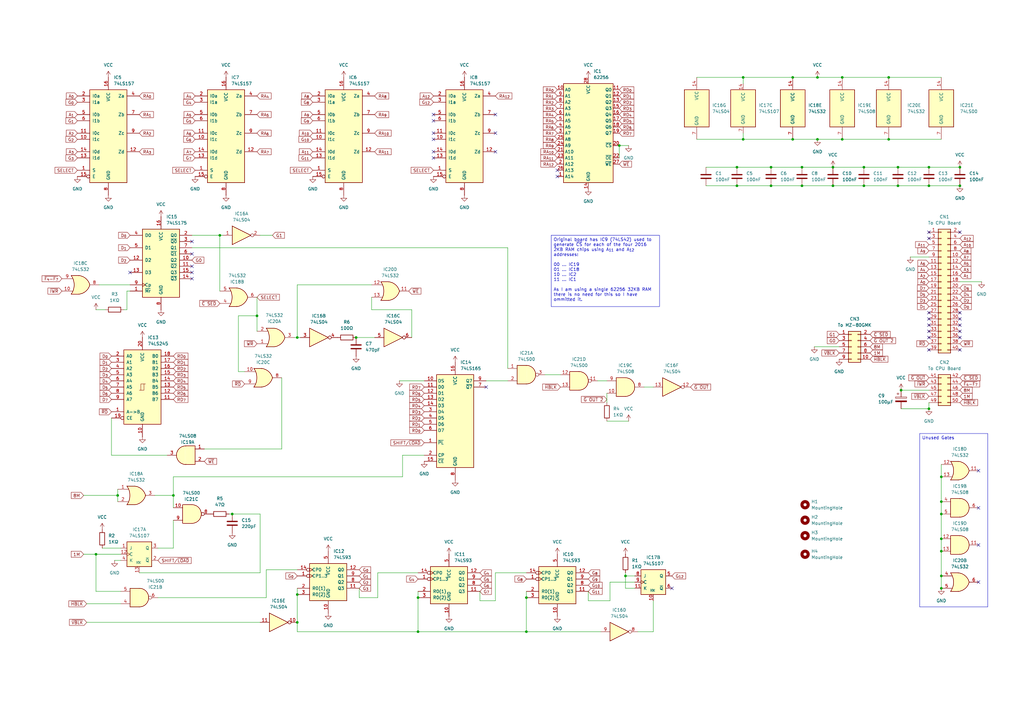
<source format=kicad_sch>
(kicad_sch (version 20250114) (generator "eeschema") (generator_version "9.0")
  (paper "A3")
  (title_block (title "Sharp MZ-80GM Graphics (1) RAM Board") (date "9/FEB/2026") (rev "A") (company "Brett Hallen") (comment 4 "Redrawn from Service Manual"))
  (text_box "Original board has IC9 (74LS42) used to generate ~{CS} for each of the four 2016 2KB RAM chips using A_{11} and A_{12} addresses:\n\n00 ... IC19\n01 ... IC18\n10 ... IC2\n11 ... IC1\n\nAs I am using a single 62256 32KB RAM there is no need for this so I have ommitted it." (at 226.06 96.52 0) (size 44.45 29.21) (margins 0.9525 0.9525 0.9525 0.9525) (effects (font (size 1.27 1.27)) (justify left top)))
  (text_box "Unused Gates" (at 377.19 177.8 0) (size 27.94 71.12) (margins 0.9525 0.9525 0.9525 0.9525) (effects (font (size 1.27 1.27)) (justify left top)))
  (junction (at 393.7 68.58))
  (junction (at 335.28 31.75))
  (junction (at 386.08 226.06))
  (junction (at 254 59.69))
  (junction (at 368.3 76.2))
  (junction (at 316.23 76.2))
  (junction (at 381 167.64))
  (junction (at 302.26 76.2))
  (junction (at 345.44 31.75))
  (junction (at 345.44 57.15))
  (junction (at 121.92 243.84))
  (junction (at 39.37 227.33))
  (junction (at 325.12 31.75))
  (junction (at 386.08 210.82))
  (junction (at 386.08 195.58))
  (junction (at 48.26 203.2))
  (junction (at 171.45 245.11))
  (junction (at 95.25 210.82))
  (junction (at 71.12 203.2))
  (junction (at 354.33 76.2))
  (junction (at 146.05 138.43))
  (junction (at 341.63 68.58))
  (junction (at 335.28 57.15))
  (junction (at 386.08 241.3))
  (junction (at 364.49 57.15))
  (junction (at 369.57 160.02))
  (junction (at 316.23 68.58))
  (junction (at 386.08 205.74))
  (junction (at 328.93 76.2))
  (junction (at 381 76.2))
  (junction (at 354.33 68.58))
  (junction (at 171.45 259.08))
  (junction (at 341.63 76.2))
  (junction (at 368.3 68.58))
  (junction (at 215.9 245.11))
  (junction (at 381 68.58))
  (junction (at 302.26 68.58))
  (junction (at 304.8 31.75))
  (junction (at 121.92 255.27))
  (junction (at 325.12 57.15))
  (junction (at 90.17 96.52))
  (junction (at 215.9 259.08))
  (junction (at 105.41 129.54))
  (junction (at 256.54 236.22))
  (junction (at 328.93 68.58))
  (junction (at 393.7 76.2))
  (junction (at 121.92 138.43))
  (junction (at 364.49 31.75))
  (junction (at 386.08 220.98))
  (junction (at 386.08 236.22))
  (junction (at 304.8 57.15))
  (no_connect (at 203.2 62.23))
  (no_connect (at 203.2 54.61))
  (no_connect (at 228.6 69.85))
  (no_connect (at 381 138.43))
  (no_connect (at 401.32 223.52))
  (no_connect (at 78.74 114.3))
  (no_connect (at 177.8 57.15))
  (no_connect (at 228.6 72.39))
  (no_connect (at 381 143.51))
  (no_connect (at 177.8 46.99))
  (no_connect (at 393.7 143.51))
  (no_connect (at 381 130.81))
  (no_connect (at 401.32 193.04))
  (no_connect (at 177.8 62.23))
  (no_connect (at 393.7 130.81))
  (no_connect (at 53.34 111.76))
  (no_connect (at 381 97.79))
  (no_connect (at 78.74 109.22))
  (no_connect (at 78.74 111.76))
  (no_connect (at 177.8 54.61))
  (no_connect (at 401.32 208.28))
  (no_connect (at 78.74 104.14))
  (no_connect (at 393.7 128.27))
  (no_connect (at 393.7 138.43))
  (no_connect (at 275.59 241.3))
  (no_connect (at 203.2 46.99))
  (no_connect (at 381 133.35))
  (no_connect (at 393.7 135.89))
  (no_connect (at 381 95.25))
  (no_connect (at 393.7 133.35))
  (no_connect (at 381 135.89))
  (no_connect (at 199.39 158.75))
  (no_connect (at 381 128.27))
  (no_connect (at 177.8 49.53))
  (no_connect (at 401.32 238.76))
  (no_connect (at 78.74 99.06))
  (no_connect (at 393.7 95.25))
  (no_connect (at 177.8 64.77))
  (wire (pts (xy 35.56 247.65) (xy 49.53 247.65)))
  (wire (pts (xy 364.49 31.75) (xy 386.08 31.75)))
  (wire (pts (xy 304.8 31.75) (xy 304.8 34.29)))
  (wire (pts (xy 105.41 121.92) (xy 105.41 129.54)))
  (wire (pts (xy 41.91 224.79) (xy 49.53 224.79)))
  (wire (pts (xy 34.29 227.33) (xy 39.37 227.33)))
  (wire (pts (xy 45.72 171.45) (xy 45.72 186.69)))
  (wire (pts (xy 215.9 259.08) (xy 246.38 259.08)))
  (wire (pts (xy 267.97 158.75) (xy 264.16 158.75)))
  (wire (pts (xy 71.12 208.28) (xy 71.12 203.2)))
  (wire (pts (xy 171.45 259.08) (xy 121.92 259.08)))
  (wire (pts (xy 121.92 243.84) (xy 121.92 255.27)))
  (wire (pts (xy 289.56 76.2) (xy 302.26 76.2)))
  (wire (pts (xy 39.37 242.57) (xy 39.37 227.33)))
  (wire (pts (xy 165.1 186.69) (xy 173.99 186.69)))
  (wire (pts (xy 48.26 203.2) (xy 48.26 205.74)))
  (wire (pts (xy 95.25 210.82) (xy 93.98 210.82)))
  (wire (pts (xy 154.94 245.11) (xy 154.94 234.95)))
  (wire (pts (xy 152.4 116.84) (xy 121.92 116.84)))
  (wire (pts (xy 48.26 200.66) (xy 48.26 203.2)))
  (wire (pts (xy 106.68 210.82) (xy 95.25 210.82)))
  (wire (pts (xy 381 68.58) (xy 393.7 68.58)))
  (wire (pts (xy 78.74 101.6) (xy 208.28 101.6)))
  (wire (pts (xy 328.93 68.58) (xy 341.63 68.58)))
  (wire (pts (xy 345.44 57.15) (xy 364.49 57.15)))
  (wire (pts (xy 154.94 234.95) (xy 171.45 234.95)))
  (wire (pts (xy 241.3 246.38) (xy 241.3 242.57)))
  (wire (pts (xy 163.83 156.21) (xy 173.99 156.21)))
  (wire (pts (xy 386.08 210.82) (xy 386.08 220.98)))
  (wire (pts (xy 171.45 245.11) (xy 171.45 259.08)))
  (wire (pts (xy 71.12 195.58) (xy 165.1 195.58)))
  (wire (pts (xy 341.63 76.2) (xy 354.33 76.2)))
  (wire (pts (xy 368.3 68.58) (xy 381 68.58)))
  (wire (pts (xy 369.57 167.64) (xy 381 167.64)))
  (wire (pts (xy 302.26 68.58) (xy 316.23 68.58)))
  (wire (pts (xy 57.15 234.95) (xy 106.68 234.95)))
  (wire (pts (xy 109.22 245.11) (xy 64.77 245.11)))
  (wire (pts (xy 325.12 57.15) (xy 335.28 57.15)))
  (wire (pts (xy 35.56 255.27) (xy 106.68 255.27)))
  (wire (pts (xy 393.7 115.57) (xy 402.59 115.57)))
  (wire (pts (xy 97.79 129.54) (xy 105.41 129.54)))
  (wire (pts (xy 91.44 96.52) (xy 90.17 96.52)))
  (wire (pts (xy 248.92 172.72) (xy 257.81 172.72)))
  (wire (pts (xy 386.08 205.74) (xy 386.08 210.82)))
  (wire (pts (xy 109.22 233.68) (xy 109.22 245.11)))
  (wire (pts (xy 121.92 116.84) (xy 121.92 138.43)))
  (wire (pts (xy 260.35 238.76) (xy 250.19 238.76)))
  (wire (pts (xy 304.8 57.15) (xy 325.12 57.15)))
  (wire (pts (xy 105.41 129.54) (xy 105.41 135.89)))
  (wire (pts (xy 289.56 68.58) (xy 302.26 68.58)))
  (wire (pts (xy 90.17 96.52) (xy 78.74 96.52)))
  (wire (pts (xy 49.53 242.57) (xy 39.37 242.57)))
  (wire (pts (xy 261.62 259.08) (xy 267.97 259.08)))
  (wire (pts (xy 334.01 142.24) (xy 344.17 142.24)))
  (wire (pts (xy 328.93 76.2) (xy 341.63 76.2)))
  (wire (pts (xy 368.3 76.2) (xy 381 76.2)))
  (wire (pts (xy 215.9 234.95) (xy 203.2 234.95)))
  (wire (pts (xy 229.87 153.67) (xy 223.52 153.67)))
  (wire (pts (xy 45.72 186.69) (xy 68.58 186.69)))
  (wire (pts (xy 171.45 242.57) (xy 171.45 245.11)))
  (wire (pts (xy 302.26 76.2) (xy 316.23 76.2)))
  (wire (pts (xy 39.37 227.33) (xy 49.53 227.33)))
  (wire (pts (xy 354.33 76.2) (xy 368.3 76.2)))
  (wire (pts (xy 256.54 234.95) (xy 256.54 236.22)))
  (wire (pts (xy 39.37 127) (xy 43.18 127)))
  (wire (pts (xy 341.63 68.58) (xy 354.33 68.58)))
  (wire (pts (xy 71.12 224.79) (xy 64.77 224.79)))
  (wire (pts (xy 354.33 68.58) (xy 368.3 68.58)))
  (wire (pts (xy 316.23 68.58) (xy 328.93 68.58)))
  (wire (pts (xy 248.92 156.21) (xy 245.11 156.21)))
  (wire (pts (xy 381 160.02) (xy 369.57 160.02)))
  (wire (pts (xy 171.45 259.08) (xy 215.9 259.08)))
  (wire (pts (xy 34.29 203.2) (xy 48.26 203.2)))
  (wire (pts (xy 386.08 195.58) (xy 386.08 205.74)))
  (wire (pts (xy 250.19 238.76) (xy 250.19 246.38)))
  (wire (pts (xy 248.92 165.1) (xy 248.92 161.29)))
  (wire (pts (xy 111.76 96.52) (xy 106.68 96.52)))
  (wire (pts (xy 215.9 245.11) (xy 215.9 259.08)))
  (wire (pts (xy 115.57 184.15) (xy 83.82 184.15)))
  (wire (pts (xy 316.23 76.2) (xy 328.93 76.2)))
  (wire (pts (xy 260.35 241.3) (xy 256.54 241.3)))
  (wire (pts (xy 90.17 96.52) (xy 90.17 119.38)))
  (wire (pts (xy 304.8 54.61) (xy 304.8 57.15)))
  (wire (pts (xy 215.9 242.57) (xy 215.9 245.11)))
  (wire (pts (xy 335.28 57.15) (xy 345.44 57.15)))
  (wire (pts (xy 386.08 220.98) (xy 386.08 226.06)))
  (wire (pts (xy 152.4 121.92) (xy 152.4 127)))
  (wire (pts (xy 345.44 31.75) (xy 364.49 31.75)))
  (wire (pts (xy 373.38 105.41) (xy 381 105.41)))
  (wire (pts (xy 285.75 57.15) (xy 304.8 57.15)))
  (wire (pts (xy 121.92 138.43) (xy 120.65 138.43)))
  (wire (pts (xy 52.07 127) (xy 52.07 119.38)))
  (wire (pts (xy 381 76.2) (xy 393.7 76.2)))
  (wire (pts (xy 208.28 156.21) (xy 199.39 156.21)))
  (wire (pts (xy 121.92 259.08) (xy 121.92 255.27)))
  (wire (pts (xy 254 59.69) (xy 254 64.77)))
  (wire (pts (xy 304.8 31.75) (xy 325.12 31.75)))
  (wire (pts (xy 285.75 31.75) (xy 304.8 31.75)))
  (wire (pts (xy 203.2 234.95) (xy 203.2 246.38)))
  (wire (pts (xy 381 167.64) (xy 381 165.1)))
  (wire (pts (xy 208.28 101.6) (xy 208.28 151.13)))
  (wire (pts (xy 115.57 154.94) (xy 115.57 184.15)))
  (wire (pts (xy 386.08 190.5) (xy 386.08 195.58)))
  (wire (pts (xy 46.99 229.87) (xy 49.53 229.87)))
  (wire (pts (xy 364.49 57.15) (xy 386.08 57.15)))
  (wire (pts (xy 254 59.69) (xy 257.81 59.69)))
  (wire (pts (xy 335.28 31.75) (xy 345.44 31.75)))
  (wire (pts (xy 147.32 241.3) (xy 147.32 245.11)))
  (wire (pts (xy 153.67 138.43) (xy 146.05 138.43)))
  (wire (pts (xy 165.1 195.58) (xy 165.1 186.69)))
  (wire (pts (xy 97.79 152.4) (xy 97.79 129.54)))
  (wire (pts (xy 100.33 152.4) (xy 97.79 152.4)))
  (wire (pts (xy 386.08 236.22) (xy 386.08 241.3)))
  (wire (pts (xy 71.12 213.36) (xy 71.12 224.79)))
  (wire (pts (xy 256.54 236.22) (xy 260.35 236.22)))
  (wire (pts (xy 152.4 127) (xy 168.91 127)))
  (wire (pts (xy 203.2 246.38) (xy 196.85 246.38)))
  (wire (pts (xy 168.91 127) (xy 168.91 138.43)))
  (wire (pts (xy 121.92 241.3) (xy 121.92 243.84)))
  (wire (pts (xy 121.92 233.68) (xy 109.22 233.68)))
  (wire (pts (xy 123.19 138.43) (xy 121.92 138.43)))
  (wire (pts (xy 71.12 203.2) (xy 63.5 203.2)))
  (wire (pts (xy 71.12 203.2) (xy 71.12 195.58)))
  (wire (pts (xy 50.8 127) (xy 52.07 127)))
  (wire (pts (xy 106.68 234.95) (xy 106.68 210.82)))
  (wire (pts (xy 386.08 226.06) (xy 386.08 236.22)))
  (wire (pts (xy 40.64 116.84) (xy 53.34 116.84)))
  (wire (pts (xy 256.54 241.3) (xy 256.54 236.22)))
  (wire (pts (xy 196.85 246.38) (xy 196.85 242.57)))
  (wire (pts (xy 250.19 246.38) (xy 241.3 246.38)))
  (wire (pts (xy 267.97 246.38) (xy 267.97 259.08)))
  (wire (pts (xy 325.12 31.75) (xy 335.28 31.75)))
  (wire (pts (xy 147.32 245.11) (xy 154.94 245.11)))
  (wire (pts (xy 52.07 119.38) (xy 53.34 119.38)))
  (global_label "RD_{4}" (shape input) (at 173.99 166.37 180) (property "Intersheetrefs" "${INTERSHEET_REFS}" (effects (hide yes))))
  (global_label "A_{9}" (shape input) (at 381 102.87 180) (property "Intersheetrefs" "${INTERSHEET_REFS}" (effects (hide yes))))
  (global_label "G_{10}" (shape input) (at 128.27 57.15 180) (property "Intersheetrefs" "${INTERSHEET_REFS}" (effects (hide yes))))
  (global_label "SHIFT{slash}~{LOAD}" (shape input) (at 173.99 181.61 180) (property "Intersheetrefs" "${INTERSHEET_REFS}" (effects (hide yes))))
  (global_label "G1" (shape input) (at 111.76 96.52 0) (property "Intersheetrefs" "${INTERSHEET_REFS}" (effects (hide yes))))
  (global_label "G_{8}" (shape input) (at 215.9 237.49 180) (property "Intersheetrefs" "${INTERSHEET_REFS}" (effects (hide yes))))
  (global_label "A_{12}" (shape input) (at 393.7 97.79 0) (property "Intersheetrefs" "${INTERSHEET_REFS}" (effects (hide yes))))
  (global_label "D_{5}" (shape input) (at 45.72 158.75 180) (property "Intersheetrefs" "${INTERSHEET_REFS}" (effects (hide yes))))
  (global_label "~{RD}" (shape input) (at 381 140.97 180) (property "Intersheetrefs" "${INTERSHEET_REFS}" (effects (hide yes))))
  (global_label "RA_{6}" (shape input) (at 228.6 52.07 180) (property "Intersheetrefs" "${INTERSHEET_REFS}" (effects (hide yes))))
  (global_label "A_{5}" (shape input) (at 393.7 107.95 0) (property "Intersheetrefs" "${INTERSHEET_REFS}" (effects (hide yes))))
  (global_label "RA_{4}" (shape input) (at 228.6 46.99 180) (property "Intersheetrefs" "${INTERSHEET_REFS}" (effects (hide yes))))
  (global_label "D_{6}" (shape input) (at 393.7 118.11 0) (property "Intersheetrefs" "${INTERSHEET_REFS}" (effects (hide yes))))
  (global_label "G_{0}" (shape input) (at 147.32 233.68 0) (property "Intersheetrefs" "${INTERSHEET_REFS}" (effects (hide yes))))
  (global_label "A_{7}" (shape input) (at 80.01 62.23 180) (property "Intersheetrefs" "${INTERSHEET_REFS}" (effects (hide yes))))
  (global_label "G0" (shape input) (at 78.74 106.68 0) (property "Intersheetrefs" "${INTERSHEET_REFS}" (effects (hide yes))))
  (global_label "A_{4}" (shape input) (at 381 110.49 180) (property "Intersheetrefs" "${INTERSHEET_REFS}" (effects (hide yes))))
  (global_label "~{G OUT 2}" (shape input) (at 248.92 163.83 180) (property "Intersheetrefs" "${INTERSHEET_REFS}" (effects (hide yes))))
  (global_label "A_{8}" (shape input) (at 128.27 39.37 180) (property "Intersheetrefs" "${INTERSHEET_REFS}" (effects (hide yes))))
  (global_label "SELECT" (shape input) (at 177.8 69.85 180) (property "Intersheetrefs" "${INTERSHEET_REFS}" (effects (hide yes))))
  (global_label "G1" (shape input) (at 344.17 137.16 180) (property "Intersheetrefs" "${INTERSHEET_REFS}" (effects (hide yes))))
  (global_label "RA_{10}" (shape input) (at 153.67 54.61 0) (property "Intersheetrefs" "${INTERSHEET_REFS}" (effects (hide yes))))
  (global_label "G_{7}" (shape input) (at 196.85 242.57 0) (property "Intersheetrefs" "${INTERSHEET_REFS}" (effects (hide yes))))
  (global_label "G0" (shape input) (at 344.17 139.7 180) (property "Intersheetrefs" "${INTERSHEET_REFS}" (effects (hide yes))))
  (global_label "D_{0}" (shape input) (at 393.7 125.73 0) (property "Intersheetrefs" "${INTERSHEET_REFS}" (effects (hide yes))))
  (global_label "RD_{5}" (shape input) (at 173.99 163.83 180) (property "Intersheetrefs" "${INTERSHEET_REFS}" (effects (hide yes))))
  (global_label "8M" (shape input) (at 34.29 203.2 180) (property "Intersheetrefs" "${INTERSHEET_REFS}" (effects (hide yes))))
  (global_label "~{HBLK}" (shape input) (at 229.87 158.75 180) (property "Intersheetrefs" "${INTERSHEET_REFS}" (effects (hide yes))))
  (global_label "RD_{6}" (shape input) (at 173.99 161.29 180) (property "Intersheetrefs" "${INTERSHEET_REFS}" (effects (hide yes))))
  (global_label "RA_{5}" (shape input) (at 228.6 49.53 180) (property "Intersheetrefs" "${INTERSHEET_REFS}" (effects (hide yes))))
  (global_label "A_{11}" (shape input) (at 381 100.33 180) (property "Intersheetrefs" "${INTERSHEET_REFS}" (effects (hide yes))))
  (global_label "RD_{7}" (shape input) (at 173.99 158.75 180) (property "Intersheetrefs" "${INTERSHEET_REFS}" (effects (hide yes))))
  (global_label "RD_{6}" (shape input) (at 71.12 161.29 0) (property "Intersheetrefs" "${INTERSHEET_REFS}" (effects (hide yes))))
  (global_label "D_{3}" (shape input) (at 45.72 153.67 180) (property "Intersheetrefs" "${INTERSHEET_REFS}" (effects (hide yes))))
  (global_label "8M" (shape input) (at 393.7 160.02 0) (property "Intersheetrefs" "${INTERSHEET_REFS}" (effects (hide yes))))
  (global_label "RA_{4}" (shape input) (at 105.41 39.37 0) (property "Intersheetrefs" "${INTERSHEET_REFS}" (effects (hide yes))))
  (global_label "G_{12}" (shape input) (at 275.59 236.22 0) (property "Intersheetrefs" "${INTERSHEET_REFS}" (effects (hide yes))))
  (global_label "SELECT" (shape input) (at 128.27 69.85 180) (property "Intersheetrefs" "${INTERSHEET_REFS}" (effects (hide yes))))
  (global_label "G_{7}" (shape input) (at 80.01 64.77 180) (property "Intersheetrefs" "${INTERSHEET_REFS}" (effects (hide yes))))
  (global_label "RA_{10}" (shape input) (at 228.6 62.23 180) (property "Intersheetrefs" "${INTERSHEET_REFS}" (effects (hide yes))))
  (global_label "RA_{2}" (shape input) (at 228.6 41.91 180) (property "Intersheetrefs" "${INTERSHEET_REFS}" (effects (hide yes))))
  (global_label "RD_{2}" (shape input) (at 71.12 151.13 0) (property "Intersheetrefs" "${INTERSHEET_REFS}" (effects (hide yes))))
  (global_label "RD_{4}" (shape input) (at 254 46.99 0) (property "Intersheetrefs" "${INTERSHEET_REFS}" (effects (hide yes))))
  (global_label "~{G OUT}" (shape input) (at 283.21 158.75 0) (property "Intersheetrefs" "${INTERSHEET_REFS}" (effects (hide yes))))
  (global_label "D_{4}" (shape input) (at 393.7 120.65 0) (property "Intersheetrefs" "${INTERSHEET_REFS}" (effects (hide yes))))
  (global_label "RD_{2}" (shape input) (at 173.99 171.45 180) (property "Intersheetrefs" "${INTERSHEET_REFS}" (effects (hide yes))))
  (global_label "G_{1}" (shape input) (at 147.32 236.22 0) (property "Intersheetrefs" "${INTERSHEET_REFS}" (effects (hide yes))))
  (global_label "RA_{11}" (shape input) (at 153.67 62.23 0) (property "Intersheetrefs" "${INTERSHEET_REFS}" (effects (hide yes))))
  (global_label "A_{1}" (shape input) (at 31.75 46.99 180) (property "Intersheetrefs" "${INTERSHEET_REFS}" (effects (hide yes))))
  (global_label "A_{10}" (shape input) (at 128.27 54.61 180) (property "Intersheetrefs" "${INTERSHEET_REFS}" (effects (hide yes))))
  (global_label "RD_{2}" (shape input) (at 254 41.91 0) (property "Intersheetrefs" "${INTERSHEET_REFS}" (effects (hide yes))))
  (global_label "A_{5}" (shape input) (at 80.01 46.99 180) (property "Intersheetrefs" "${INTERSHEET_REFS}" (effects (hide yes))))
  (global_label "RA_{3}" (shape input) (at 228.6 44.45 180) (property "Intersheetrefs" "${INTERSHEET_REFS}" (effects (hide yes))))
  (global_label "D_{6}" (shape input) (at 45.72 161.29 180) (property "Intersheetrefs" "${INTERSHEET_REFS}" (effects (hide yes))))
  (global_label "D_{2}" (shape input) (at 53.34 106.68 180) (property "Intersheetrefs" "${INTERSHEET_REFS}" (effects (hide yes))))
  (global_label "~{G OUT 2}" (shape input) (at 356.87 139.7 0) (property "Intersheetrefs" "${INTERSHEET_REFS}" (effects (hide yes))))
  (global_label "~{WE}" (shape input) (at 254 67.31 0) (property "Intersheetrefs" "${INTERSHEET_REFS}" (effects (hide yes))))
  (global_label "G_{3}" (shape input) (at 31.75 64.77 180) (property "Intersheetrefs" "${INTERSHEET_REFS}" (effects (hide yes))))
  (global_label "~{HBLK}" (shape input) (at 356.87 147.32 0) (property "Intersheetrefs" "${INTERSHEET_REFS}" (effects (hide yes))))
  (global_label "RA_{8}" (shape input) (at 228.6 57.15 180) (property "Intersheetrefs" "${INTERSHEET_REFS}" (effects (hide yes))))
  (global_label "A_{2}" (shape input) (at 31.75 54.61 180) (property "Intersheetrefs" "${INTERSHEET_REFS}" (effects (hide yes))))
  (global_label "~{G OUT}" (shape input) (at 381 154.94 180) (property "Intersheetrefs" "${INTERSHEET_REFS}" (effects (hide yes))))
  (global_label "RA_{1}" (shape input) (at 228.6 39.37 180) (property "Intersheetrefs" "${INTERSHEET_REFS}" (effects (hide yes))))
  (global_label "RA_{0}" (shape input) (at 57.15 39.37 0) (property "Intersheetrefs" "${INTERSHEET_REFS}" (effects (hide yes))))
  (global_label "~{RD}" (shape input) (at 100.33 157.48 180) (property "Intersheetrefs" "${INTERSHEET_REFS}" (effects (hide yes))))
  (global_label "D_{1}" (shape input) (at 45.72 148.59 180) (property "Intersheetrefs" "${INTERSHEET_REFS}" (effects (hide yes))))
  (global_label "~{VBLK}" (shape input) (at 35.56 255.27 180) (property "Intersheetrefs" "${INTERSHEET_REFS}" (effects (hide yes))))
  (global_label "A_{2}" (shape input) (at 381 113.03 180) (property "Intersheetrefs" "${INTERSHEET_REFS}" (effects (hide yes))))
  (global_label "SELECT" (shape input) (at 31.75 69.85 180) (property "Intersheetrefs" "${INTERSHEET_REFS}" (effects (hide yes))))
  (global_label "~{WR}" (shape input) (at 393.7 140.97 0) (property "Intersheetrefs" "${INTERSHEET_REFS}" (effects (hide yes))))
  (global_label "G_{8}" (shape input) (at 241.3 234.95 0) (property "Intersheetrefs" "${INTERSHEET_REFS}" (effects (hide yes))))
  (global_label "~{C SED}" (shape input) (at 356.87 137.16 0) (property "Intersheetrefs" "${INTERSHEET_REFS}" (effects (hide yes))))
  (global_label "D_{3}" (shape input) (at 381 123.19 180) (property "Intersheetrefs" "${INTERSHEET_REFS}" (effects (hide yes))))
  (global_label "SHIFT{slash}~{LOAD}" (shape input) (at 64.77 229.87 0) (property "Intersheetrefs" "${INTERSHEET_REFS}" (effects (hide yes))))
  (global_label "8M" (shape input) (at 356.87 142.24 0) (property "Intersheetrefs" "${INTERSHEET_REFS}" (effects (hide yes))))
  (global_label "G_{4}" (shape input) (at 196.85 234.95 0) (property "Intersheetrefs" "${INTERSHEET_REFS}" (effects (hide yes))))
  (global_label "G_{2}" (shape input) (at 31.75 57.15 180) (property "Intersheetrefs" "${INTERSHEET_REFS}" (effects (hide yes))))
  (global_label "RD_{0}" (shape input) (at 173.99 176.53 180) (property "Intersheetrefs" "${INTERSHEET_REFS}" (effects (hide yes))))
  (global_label "RA_{2}" (shape input) (at 57.15 54.61 0) (property "Intersheetrefs" "${INTERSHEET_REFS}" (effects (hide yes))))
  (global_label "RA_{6}" (shape input) (at 105.41 54.61 0) (property "Intersheetrefs" "${INTERSHEET_REFS}" (effects (hide yes))))
  (global_label "~{HBLK}" (shape input) (at 35.56 247.65 180) (property "Intersheetrefs" "${INTERSHEET_REFS}" (effects (hide yes))))
  (global_label "G_{3}" (shape input) (at 147.32 241.3 0) (property "Intersheetrefs" "${INTERSHEET_REFS}" (effects (hide yes))))
  (global_label "A_{12}" (shape input) (at 177.8 39.37 180) (property "Intersheetrefs" "${INTERSHEET_REFS}" (effects (hide yes))))
  (global_label "~{IWR}" (shape input) (at 381 157.48 180) (property "Intersheetrefs" "${INTERSHEET_REFS}" (effects (hide yes))))
  (global_label "D_{0}" (shape input) (at 53.34 96.52 180) (property "Intersheetrefs" "${INTERSHEET_REFS}" (effects (hide yes))))
  (global_label "G_{4}" (shape input) (at 171.45 237.49 180) (property "Intersheetrefs" "${INTERSHEET_REFS}" (effects (hide yes))))
  (global_label "RA_{5}" (shape input) (at 105.41 46.99 0) (property "Intersheetrefs" "${INTERSHEET_REFS}" (effects (hide yes))))
  (global_label "D_{2}" (shape input) (at 393.7 123.19 0) (property "Intersheetrefs" "${INTERSHEET_REFS}" (effects (hide yes))))
  (global_label "D_{7}" (shape input) (at 45.72 163.83 180) (property "Intersheetrefs" "${INTERSHEET_REFS}" (effects (hide yes))))
  (global_label "SELECT" (shape input) (at 105.41 121.92 0) (property "Intersheetrefs" "${INTERSHEET_REFS}" (effects (hide yes))))
  (global_label "G_{8}" (shape input) (at 128.27 41.91 180) (property "Intersheetrefs" "${INTERSHEET_REFS}" (effects (hide yes))))
  (global_label "G_{10}" (shape input) (at 241.3 240.03 0) (property "Intersheetrefs" "${INTERSHEET_REFS}" (effects (hide yes))))
  (global_label "A_{0}" (shape input) (at 31.75 39.37 180) (property "Intersheetrefs" "${INTERSHEET_REFS}" (effects (hide yes))))
  (global_label "~{F_{4}-F_{7}}" (shape input) (at 25.4 114.3 180) (property "Intersheetrefs" "${INTERSHEET_REFS}" (effects (hide yes))))
  (global_label "A_{6}" (shape input) (at 80.01 54.61 180) (property "Intersheetrefs" "${INTERSHEET_REFS}" (effects (hide yes))))
  (global_label "RD_{3}" (shape input) (at 71.12 153.67 0) (property "Intersheetrefs" "${INTERSHEET_REFS}" (effects (hide yes))))
  (global_label "~{F_{4}-F_{7}}" (shape input) (at 393.7 157.48 0) (property "Intersheetrefs" "${INTERSHEET_REFS}" (effects (hide yes))))
  (global_label "D_{4}" (shape input) (at 45.72 156.21 180) (property "Intersheetrefs" "${INTERSHEET_REFS}" (effects (hide yes))))
  (global_label "RA_{9}" (shape input) (at 153.67 46.99 0) (property "Intersheetrefs" "${INTERSHEET_REFS}" (effects (hide yes))))
  (global_label "G_{4}" (shape input) (at 80.01 41.91 180) (property "Intersheetrefs" "${INTERSHEET_REFS}" (effects (hide yes))))
  (global_label "RA_{7}" (shape input) (at 228.6 54.61 180) (property "Intersheetrefs" "${INTERSHEET_REFS}" (effects (hide yes))))
  (global_label "RD_{1}" (shape input) (at 254 39.37 0) (property "Intersheetrefs" "${INTERSHEET_REFS}" (effects (hide yes))))
  (global_label "RA_{0}" (shape input) (at 228.6 36.83 180) (property "Intersheetrefs" "${INTERSHEET_REFS}" (effects (hide yes))))
  (global_label "~{VBLK}" (shape input) (at 344.17 144.78 180) (property "Intersheetrefs" "${INTERSHEET_REFS}" (effects (hide yes))))
  (global_label "D_{1}" (shape input) (at 53.34 101.6 180) (property "Intersheetrefs" "${INTERSHEET_REFS}" (effects (hide yes))))
  (global_label "RD_{5}" (shape input) (at 254 49.53 0) (property "Intersheetrefs" "${INTERSHEET_REFS}" (effects (hide yes))))
  (global_label "A_{3}" (shape input) (at 31.75 62.23 180) (property "Intersheetrefs" "${INTERSHEET_REFS}" (effects (hide yes))))
  (global_label "~{C SED}" (shape input) (at 393.7 154.94 0) (property "Intersheetrefs" "${INTERSHEET_REFS}" (effects (hide yes))))
  (global_label "G_{1}" (shape input) (at 31.75 49.53 180) (property "Intersheetrefs" "${INTERSHEET_REFS}" (effects (hide yes))))
  (global_label "G_{6}" (shape input) (at 80.01 57.15 180) (property "Intersheetrefs" "${INTERSHEET_REFS}" (effects (hide yes))))
  (global_label "A_{4}" (shape input) (at 80.01 39.37 180) (property "Intersheetrefs" "${INTERSHEET_REFS}" (effects (hide yes))))
  (global_label "RD_{7}" (shape input) (at 71.12 163.83 0) (property "Intersheetrefs" "${INTERSHEET_REFS}" (effects (hide yes))))
  (global_label "G_{5}" (shape input) (at 196.85 237.49 0) (property "Intersheetrefs" "${INTERSHEET_REFS}" (effects (hide yes))))
  (global_label "RA_{12}" (shape input) (at 203.2 39.37 0) (property "Intersheetrefs" "${INTERSHEET_REFS}" (effects (hide yes))))
  (global_label "G_{11}" (shape input) (at 241.3 242.57 0) (property "Intersheetrefs" "${INTERSHEET_REFS}" (effects (hide yes))))
  (global_label "~{C SED}" (shape input) (at 90.17 124.46 180) (property "Intersheetrefs" "${INTERSHEET_REFS}" (effects (hide yes))))
  (global_label "~{WE}" (shape input) (at 167.64 119.38 0) (property "Intersheetrefs" "${INTERSHEET_REFS}" (effects (hide yes))))
  (global_label "A_{6}" (shape input) (at 381 107.95 180) (property "Intersheetrefs" "${INTERSHEET_REFS}" (effects (hide yes))))
  (global_label "~{WR}" (shape input) (at 105.41 140.97 180) (property "Intersheetrefs" "${INTERSHEET_REFS}" (effects (hide yes))))
  (global_label "A_{9}" (shape input) (at 128.27 46.99 180) (property "Intersheetrefs" "${INTERSHEET_REFS}" (effects (hide yes))))
  (global_label "RA_{1}" (shape input) (at 57.15 46.99 0) (property "Intersheetrefs" "${INTERSHEET_REFS}" (effects (hide yes))))
  (global_label "A_{7}" (shape input) (at 393.7 105.41 0) (property "Intersheetrefs" "${INTERSHEET_REFS}" (effects (hide yes))))
  (global_label "1M" (shape input) (at 34.29 227.33 180) (property "Intersheetrefs" "${INTERSHEET_REFS}" (effects (hide yes))))
  (global_label "G_{0}" (shape input) (at 31.75 41.91 180) (property "Intersheetrefs" "${INTERSHEET_REFS}" (effects (hide yes))))
  (global_label "D_{5}" (shape input) (at 381 120.65 180) (property "Intersheetrefs" "${INTERSHEET_REFS}" (effects (hide yes))))
  (global_label "G_{9}" (shape input) (at 128.27 49.53 180) (property "Intersheetrefs" "${INTERSHEET_REFS}" (effects (hide yes))))
  (global_label "RA_{8}" (shape input) (at 153.67 39.37 0) (property "Intersheetrefs" "${INTERSHEET_REFS}" (effects (hide yes))))
  (global_label "RA_{9}" (shape input) (at 228.6 59.69 180) (property "Intersheetrefs" "${INTERSHEET_REFS}" (effects (hide yes))))
  (global_label "G_{9}" (shape input) (at 241.3 237.49 0) (property "Intersheetrefs" "${INTERSHEET_REFS}" (effects (hide yes))))
  (global_label "A_{11}" (shape input) (at 128.27 62.23 180) (property "Intersheetrefs" "${INTERSHEET_REFS}" (effects (hide yes))))
  (global_label "A_{1}" (shape input) (at 393.7 113.03 0) (property "Intersheetrefs" "${INTERSHEET_REFS}" (effects (hide yes))))
  (global_label "RA_{12}" (shape input) (at 228.6 67.31 180) (property "Intersheetrefs" "${INTERSHEET_REFS}" (effects (hide yes))))
  (global_label "~{HBLK}" (shape input) (at 393.7 165.1 0) (property "Intersheetrefs" "${INTERSHEET_REFS}" (effects (hide yes))))
  (global_label "~{VBLK}" (shape input) (at 381 162.56 180) (property "Intersheetrefs" "${INTERSHEET_REFS}" (effects (hide yes))))
  (global_label "1M" (shape input) (at 393.7 162.56 0) (property "Intersheetrefs" "${INTERSHEET_REFS}" (effects (hide yes))))
  (global_label "D_{7}" (shape input) (at 381 118.11 180) (property "Intersheetrefs" "${INTERSHEET_REFS}" (effects (hide yes))))
  (global_label "A_{8}" (shape input) (at 393.7 102.87 0) (property "Intersheetrefs" "${INTERSHEET_REFS}" (effects (hide yes))))
  (global_label "RD_{6}" (shape input) (at 254 52.07 0) (property "Intersheetrefs" "${INTERSHEET_REFS}" (effects (hide yes))))
  (global_label "G_{5}" (shape input) (at 80.01 49.53 180) (property "Intersheetrefs" "${INTERSHEET_REFS}" (effects (hide yes))))
  (global_label "A_{10}" (shape input) (at 393.7 100.33 0) (property "Intersheetrefs" "${INTERSHEET_REFS}" (effects (hide yes))))
  (global_label "RD_{3}" (shape input) (at 254 44.45 0) (property "Intersheetrefs" "${INTERSHEET_REFS}" (effects (hide yes))))
  (global_label "RD_{0}" (shape input) (at 254 36.83 0) (property "Intersheetrefs" "${INTERSHEET_REFS}" (effects (hide yes))))
  (global_label "RD_{3}" (shape input) (at 173.99 168.91 180) (property "Intersheetrefs" "${INTERSHEET_REFS}" (effects (hide yes))))
  (global_label "RD_{1}" (shape input) (at 173.99 173.99 180) (property "Intersheetrefs" "${INTERSHEET_REFS}" (effects (hide yes))))
  (global_label "D_{1}" (shape input) (at 381 125.73 180) (property "Intersheetrefs" "${INTERSHEET_REFS}" (effects (hide yes))))
  (global_label "G_{6}" (shape input) (at 196.85 240.03 0) (property "Intersheetrefs" "${INTERSHEET_REFS}" (effects (hide yes))))
  (global_label "RD_{4}" (shape input) (at 71.12 156.21 0) (property "Intersheetrefs" "${INTERSHEET_REFS}" (effects (hide yes))))
  (global_label "SELECT" (shape input) (at 80.01 69.85 180) (property "Intersheetrefs" "${INTERSHEET_REFS}" (effects (hide yes))))
  (global_label "~{IWR}" (shape input) (at 25.4 119.38 180) (property "Intersheetrefs" "${INTERSHEET_REFS}" (effects (hide yes))))
  (global_label "G_{11}" (shape input) (at 128.27 64.77 180) (property "Intersheetrefs" "${INTERSHEET_REFS}" (effects (hide yes))))
  (global_label "RD_{1}" (shape input) (at 71.12 148.59 0) (property "Intersheetrefs" "${INTERSHEET_REFS}" (effects (hide yes))))
  (global_label "D_{0}" (shape input) (at 45.72 146.05 180) (property "Intersheetrefs" "${INTERSHEET_REFS}" (effects (hide yes))))
  (global_label "RD_{7}" (shape input) (at 254 54.61 0) (property "Intersheetrefs" "${INTERSHEET_REFS}" (effects (hide yes))))
  (global_label "RA_{3}" (shape input) (at 57.15 62.23 0) (property "Intersheetrefs" "${INTERSHEET_REFS}" (effects (hide yes))))
  (global_label "A_{0}" (shape input) (at 381 115.57 180) (property "Intersheetrefs" "${INTERSHEET_REFS}" (effects (hide yes))))
  (global_label "G_{12}" (shape input) (at 177.8 41.91 180) (property "Intersheetrefs" "${INTERSHEET_REFS}" (effects (hide yes))))
  (global_label "~{WE}" (shape input) (at 83.82 189.23 0) (property "Intersheetrefs" "${INTERSHEET_REFS}" (effects (hide yes))))
  (global_label "~{RD}" (shape input) (at 45.72 168.91 180) (property "Intersheetrefs" "${INTERSHEET_REFS}" (effects (hide yes))))
  (global_label "A_{3}" (shape input) (at 393.7 110.49 0) (property "Intersheetrefs" "${INTERSHEET_REFS}" (effects (hide yes))))
  (global_label "RD_{0}" (shape input) (at 71.12 146.05 0) (property "Intersheetrefs" "${INTERSHEET_REFS}" (effects (hide yes))))
  (global_label "RA_{7}" (shape input) (at 105.41 62.23 0) (property "Intersheetrefs" "${INTERSHEET_REFS}" (effects (hide yes))))
  (global_label "RD_{5}" (shape input) (at 71.12 158.75 0) (property "Intersheetrefs" "${INTERSHEET_REFS}" (effects (hide yes))))
  (global_label "D_{2}" (shape input) (at 45.72 151.13 180) (property "Intersheetrefs" "${INTERSHEET_REFS}" (effects (hide yes))))
  (global_label "G_{2}" (shape input) (at 147.32 238.76 0) (property "Intersheetrefs" "${INTERSHEET_REFS}" (effects (hide yes))))
  (global_label "RA_{11}" (shape input) (at 228.6 64.77 180) (property "Intersheetrefs" "${INTERSHEET_REFS}" (effects (hide yes))))
  (global_label "1M" (shape input) (at 356.87 144.78 0) (property "Intersheetrefs" "${INTERSHEET_REFS}" (effects (hide yes))))
  (global_label "G_{0}" (shape input) (at 121.92 236.22 180) (property "Intersheetrefs" "${INTERSHEET_REFS}" (effects (hide yes))))
  (symbol (lib_id "power:VCC") (at 92.71 31.75 0) (unit 1)
    (property "Reference" "#PWR02" (effects (hide yes)))
    (property "Value" "VCC" (at 92.71 26.67 0))
    (property "Description" "Power symbol creates a global label with name \"VCC\"" (effects (hide yes)))
  )
  (symbol (lib_id "74xx:74LS157") (at 190.5 54.61 0) (unit 1)
    (property "Reference" "IC8" (at 192.6433 31.75 0) (effects (justify left)))
    (property "Value" "74LS157" (at 192.6433 34.29 0) (effects (justify left)))
    (property "Footprint" "Package_DIP:DIP-16_W7.62mm" (effects (hide yes)))
    (property "Datasheet" "http://www.ti.com/lit/gpn/sn74LS157" (effects (hide yes)))
    (property "Description" "Quad 2 to 1 line Multiplexer" (effects (hide yes)))
  )
  (symbol (lib_id "power:GND") (at 393.7 76.2 0) (unit 1)
    (property "Reference" "#PWR014" (effects (hide yes)))
    (property "Value" "GND" (at 393.7 81.28 0))
    (property "Description" "Power symbol creates a global label with name \"GND\" , ground" (effects (hide yes)))
  )
  (symbol (lib_id "Device:C") (at 393.7 72.39 0) (unit 1)
    (property "Reference" "C14" (at 397.51 71.1199 0) (effects (justify left)))
    (property "Value" "100nF" (at 397.51 73.6599 0) (effects (justify left)))
    (property "Footprint" "Capacitor_THT:C_Disc_D3.8mm_W2.6mm_P2.50mm" (effects (hide yes)))
    (property "Description" "Unpolarized capacitor" (effects (hide yes)))
  )
  (symbol (lib_id "Device:C") (at 95.25 214.63 0) (unit 1)
    (property "Reference" "C15" (at 99.06 213.3599 0) (effects (justify left)))
    (property "Value" "220pF" (at 99.06 215.8999 0) (effects (justify left)))
    (property "Footprint" "Capacitor_THT:C_Disc_D3.8mm_W2.6mm_P2.50mm" (effects (hide yes)))
    (property "Description" "Unpolarized capacitor" (effects (hide yes)))
  )
  (symbol (lib_id "74xx:74LS107") (at 304.8 44.45 0) (unit 3)
    (property "Reference" "IC17" (at 311.15 43.1799 0) (effects (justify left)))
    (property "Value" "74LS107" (at 311.15 45.7199 0) (effects (justify left)))
    (property "Footprint" "Package_DIP:DIP-14_W7.62mm" (effects (hide yes)))
    (property "Datasheet" "http://www.ti.com/lit/gpn/sn74LS107" (effects (hide yes)))
    (property "Description" "Dual JK Flip-Flop, reset" (effects (hide yes)))
  )
  (symbol (lib_id "power:GND") (at 31.75 72.39 0) (unit 1)
    (property "Reference" "#PWR010" (effects (hide yes)))
    (property "Value" "GND" (at 31.75 77.47 0))
    (property "Description" "Power symbol creates a global label with name \"GND\" , ground" (effects (hide yes)))
  )
  (symbol (lib_id "74xx:74LS93") (at 228.6 240.03 0) (unit 1)
    (property "Reference" "IC10" (at 230.7433 227.33 0) (effects (justify left)))
    (property "Value" "74LS93" (at 230.7433 229.87 0) (effects (justify left)))
    (property "Footprint" "Package_DIP:DIP-14_W7.62mm" (effects (hide yes)))
    (property "Datasheet" "http://www.ti.com/lit/gpn/sn74LS93" (effects (hide yes)))
    (property "Description" "Divide by 2 & 8 counter" (effects (hide yes)))
  )
  (symbol (lib_id "power:VCC") (at 39.37 127 0) (unit 1)
    (property "Reference" "#PWR024" (effects (hide yes)))
    (property "Value" "VCC" (at 39.37 121.92 0))
    (property "Description" "Power symbol creates a global label with name \"VCC\"" (effects (hide yes)))
  )
  (symbol (lib_id "power:VCC") (at 58.42 138.43 0) (unit 1)
    (property "Reference" "#PWR026" (effects (hide yes)))
    (property "Value" "VCC" (at 58.42 133.35 0))
    (property "Description" "Power symbol creates a global label with name \"VCC\"" (effects (hide yes)))
  )
  (symbol (lib_id "74xx:74LS157") (at 92.71 54.61 0) (unit 1)
    (property "Reference" "IC7" (at 94.8533 31.75 0) (effects (justify left)))
    (property "Value" "74LS157" (at 94.8533 34.29 0) (effects (justify left)))
    (property "Footprint" "Package_DIP:DIP-16_W7.62mm" (effects (hide yes)))
    (property "Datasheet" "http://www.ti.com/lit/gpn/sn74LS157" (effects (hide yes)))
    (property "Description" "Quad 2 to 1 line Multiplexer" (effects (hide yes)))
  )
  (symbol (lib_id "74xx:74LS04") (at 275.59 158.75 0) (unit 6)
    (property "Reference" "IC16" (at 275.59 149.86 0))
    (property "Value" "74LS04" (at 275.59 152.4 0))
    (property "Footprint" "Package_DIP:DIP-14_W7.62mm" (effects (hide yes)))
    (property "Datasheet" "http://www.ti.com/lit/gpn/sn74LS04" (effects (hide yes)))
    (property "Description" "Hex Inverter" (effects (hide yes)))
  )
  (symbol (lib_id "Memory_RAM:CY62256-70PC") (at 241.3 54.61 0) (unit 1)
    (property "Reference" "IC1" (at 243.4433 29.21 0) (effects (justify left)))
    (property "Value" "62256" (at 243.4433 31.75 0) (effects (justify left)))
    (property "Footprint" "Package_DIP:DIP-28_W15.24mm" (effects (hide yes)))
    (property "Datasheet" "https://ecee.colorado.edu/~mcclurel/Cypress_SRAM_CY62256.pdf" (effects (hide yes)))
    (property "Description" "256K (32K x 8) Static RAM, 70ns, DIP-28" (effects (hide yes)))
  )
  (symbol (lib_id "power:VCC") (at 186.69 148.59 0) (unit 1)
    (property "Reference" "#PWR030" (effects (hide yes)))
    (property "Value" "VCC" (at 186.69 143.51 0))
    (property "Description" "Power symbol creates a global label with name \"VCC\"" (effects (hide yes)))
  )
  (symbol (lib_id "74xx:74LS32") (at 393.7 193.04 0) (unit 4)
    (property "Reference" "IC18" (at 393.7 184.15 0))
    (property "Value" "74LS32" (at 393.7 186.69 0))
    (property "Footprint" "Package_DIP:DIP-14_W7.62mm" (effects (hide yes)))
    (property "Datasheet" "http://www.ti.com/lit/gpn/sn74LS32" (effects (hide yes)))
    (property "Description" "Quad 2-input OR" (effects (hide yes)))
  )
  (symbol (lib_id "74xx:74LS32") (at 33.02 116.84 0) (unit 3)
    (property "Reference" "IC18" (at 33.02 107.95 0))
    (property "Value" "74LS32" (at 33.02 110.49 0))
    (property "Footprint" "Package_DIP:DIP-14_W7.62mm" (effects (hide yes)))
    (property "Datasheet" "http://www.ti.com/lit/gpn/sn74LS32" (effects (hide yes)))
    (property "Description" "Quad 2-input OR" (effects (hide yes)))
  )
  (symbol (lib_id "power:VCC") (at 369.57 160.02 0) (unit 1)
    (property "Reference" "#PWR032" (effects (hide yes)))
    (property "Value" "VCC" (at 369.57 154.94 0))
    (property "Description" "Power symbol creates a global label with name \"VCC\"" (effects (hide yes)))
  )
  (symbol (lib_id "Device:R") (at 142.24 138.43 90) (unit 1)
    (property "Reference" "R6" (at 142.24 132.08 90))
    (property "Value" "100Ω" (at 142.24 134.62 90))
    (property "Footprint" "Resistor_THT:R_Axial_DIN0207_L6.3mm_D2.5mm_P7.62mm_Horizontal" (effects (hide yes)))
    (property "Description" "Resistor" (effects (hide yes)))
  )
  (symbol (lib_id "74xx:74LS00") (at 386.08 44.45 0) (unit 5)
    (property "Reference" "IC21" (at 393.7 43.1799 0) (effects (justify left)))
    (property "Value" "74LS00" (at 393.7 45.7199 0) (effects (justify left)))
    (property "Footprint" "Package_DIP:DIP-14_W7.62mm" (effects (hide yes)))
    (property "Datasheet" "http://www.ti.com/lit/gpn/sn74ls00" (effects (hide yes)))
    (property "Description" "quad 2-input NAND gate" (effects (hide yes)))
  )
  (symbol (lib_id "74xx:74LS32") (at 113.03 138.43 0) (mirror x) (unit 1)
    (property "Reference" "IC20" (at 112.522 131.826 0))
    (property "Value" "74LS32" (at 112.522 129.286 0))
    (property "Footprint" "Package_DIP:DIP-14_W7.62mm" (effects (hide yes)))
    (property "Datasheet" "http://www.ti.com/lit/gpn/sn74LS32" (effects (hide yes)))
    (property "Description" "Quad 2-input OR" (effects (hide yes)))
  )
  (symbol (lib_id "Device:C") (at 341.63 72.39 0) (unit 1)
    (property "Reference" "C10" (at 345.44 71.1199 0) (effects (justify left)))
    (property "Value" "100nF" (at 345.44 73.6599 0) (effects (justify left)))
    (property "Footprint" "Capacitor_THT:C_Disc_D3.8mm_W2.6mm_P2.50mm" (effects (hide yes)))
    (property "Description" "Unpolarized capacitor" (effects (hide yes)))
  )
  (symbol (lib_id "74xx:74LS93") (at 134.62 238.76 0) (unit 1)
    (property "Reference" "IC12" (at 136.7633 226.06 0) (effects (justify left)))
    (property "Value" "74LS93" (at 136.7633 228.6 0) (effects (justify left)))
    (property "Footprint" "Package_DIP:DIP-14_W7.62mm" (effects (hide yes)))
    (property "Datasheet" "http://www.ti.com/lit/gpn/sn74LS93" (effects (hide yes)))
    (property "Description" "Divide by 2 & 8 counter" (effects (hide yes)))
  )
  (symbol (lib_id "power:GND") (at 402.59 115.57 0) (unit 1)
    (property "Reference" "#PWR023" (effects (hide yes)))
    (property "Value" "GND" (at 402.59 120.65 0))
    (property "Description" "Power symbol creates a global label with name \"GND\" , ground" (effects (hide yes)))
  )
  (symbol (lib_id "power:VCC") (at 257.81 172.72 0) (unit 1)
    (property "Reference" "#PWR034" (effects (hide yes)))
    (property "Value" "VCC" (at 257.81 167.64 0))
    (property "Description" "Power symbol creates a global label with name \"VCC\"" (effects (hide yes)))
  )
  (symbol (lib_id "74xx:74LS93") (at 184.15 240.03 0) (unit 1)
    (property "Reference" "IC11" (at 186.2933 227.33 0) (effects (justify left)))
    (property "Value" "74LS93" (at 186.2933 229.87 0) (effects (justify left)))
    (property "Footprint" "Package_DIP:DIP-14_W7.62mm" (effects (hide yes)))
    (property "Datasheet" "http://www.ti.com/lit/gpn/sn74LS93" (effects (hide yes)))
    (property "Description" "Divide by 2 & 8 counter" (effects (hide yes)))
  )
  (symbol (lib_id "power:GND") (at 80.01 72.39 0) (unit 1)
    (property "Reference" "#PWR011" (effects (hide yes)))
    (property "Value" "GND" (at 80.01 77.47 0))
    (property "Description" "Power symbol creates a global label with name \"GND\" , ground" (effects (hide yes)))
  )
  (symbol (lib_id "power:GND") (at 92.71 80.01 0) (unit 1)
    (property "Reference" "#PWR017" (effects (hide yes)))
    (property "Value" "GND" (at 92.71 85.09 0))
    (property "Description" "Power symbol creates a global label with name \"GND\" , ground" (effects (hide yes)))
  )
  (symbol (lib_id "Device:C_Polarized") (at 369.57 163.83 0) (unit 1)
    (property "Reference" "C9" (at 360.172 162.306 0) (effects (justify left)))
    (property "Value" "100µF" (at 360.172 164.846 0) (effects (justify left)))
    (property "Footprint" "Capacitor_THT:CP_Radial_D5.0mm_P2.50mm" (effects (hide yes)))
    (property "Description" "Polarized capacitor" (effects (hide yes)))
  )
  (symbol (lib_id "power:VCC") (at 41.91 217.17 0) (unit 1)
    (property "Reference" "#PWR038" (effects (hide yes)))
    (property "Value" "VCC" (at 41.91 212.09 0))
    (property "Description" "Power symbol creates a global label with name \"VCC\"" (effects (hide yes)))
  )
  (symbol (lib_id "74xx:74LS08") (at 393.7 208.28 0) (unit 2)
    (property "Reference" "IC19" (at 393.6917 199.39 0))
    (property "Value" "74LS08" (at 393.6917 201.93 0))
    (property "Footprint" "Package_DIP:DIP-14_W7.62mm" (effects (hide yes)))
    (property "Datasheet" "http://www.ti.com/lit/gpn/sn74LS08" (effects (hide yes)))
    (property "Description" "Quad And2" (effects (hide yes)))
  )
  (symbol (lib_id "Device:R") (at 256.54 231.14 0) (unit 1)
    (property "Reference" "R1" (at 259.08 229.8699 0) (effects (justify left)))
    (property "Value" "1KΩ" (at 259.08 232.4099 0) (effects (justify left)))
    (property "Footprint" "Resistor_THT:R_Axial_DIN0207_L6.3mm_D2.5mm_P7.62mm_Horizontal" (effects (hide yes)))
    (property "Description" "Resistor" (effects (hide yes)))
  )
  (symbol (lib_id "power:VCC") (at 134.62 226.06 0) (unit 1)
    (property "Reference" "#PWR040" (effects (hide yes)))
    (property "Value" "VCC" (at 134.62 220.98 0))
    (property "Description" "Power symbol creates a global label with name \"VCC\"" (effects (hide yes)))
  )
  (symbol (lib_id "power:VCC") (at 341.63 68.58 0) (unit 1)
    (property "Reference" "#PWR09" (effects (hide yes)))
    (property "Value" "VCC" (at 341.63 63.5 0))
    (property "Description" "Power symbol creates a global label with name \"VCC\"" (effects (hide yes)))
  )
  (symbol (lib_id "74xx:74LS00") (at 237.49 156.21 0) (unit 4)
    (property "Reference" "IC21" (at 237.4817 147.32 0))
    (property "Value" "74LS00" (at 237.4817 149.86 0))
    (property "Footprint" "Package_DIP:DIP-14_W7.62mm" (effects (hide yes)))
    (property "Datasheet" "http://www.ti.com/lit/gpn/sn74ls00" (effects (hide yes)))
    (property "Description" "quad 2-input NAND gate" (effects (hide yes)))
  )
  (symbol (lib_id "Mechanical:MountingHole") (at 330.2 207.01 0) (unit 1) (in_bom no)
    (property "Reference" "H1" (at 332.74 205.7399 0) (effects (justify left)))
    (property "Value" "MountingHole" (at 332.74 208.2799 0) (effects (justify left)))
    (property "Footprint" "MountingHole:MountingHole_5.3mm_M5" (effects (hide yes)))
    (property "Description" "Mounting Hole without connection" (effects (hide yes)))
  )
  (symbol (lib_id "power:GND") (at 134.62 251.46 0) (unit 1)
    (property "Reference" "#PWR046" (effects (hide yes)))
    (property "Value" "GND" (at 134.62 256.54 0))
    (property "Description" "Power symbol creates a global label with name \"GND\" , ground" (effects (hide yes)))
  )
  (symbol (lib_id "power:GND") (at 386.08 241.3 0) (unit 1)
    (property "Reference" "#PWR045" (effects (hide yes)))
    (property "Value" "GND" (at 386.08 246.38 0))
    (property "Description" "Power symbol creates a global label with name \"GND\" , ground" (effects (hide yes)))
  )
  (symbol (lib_id "power:GND") (at 46.99 229.87 0) (unit 1)
    (property "Reference" "#PWR044" (effects (hide yes)))
    (property "Value" "GND" (at 46.99 234.95 0))
    (property "Description" "Power symbol creates a global label with name \"GND\" , ground" (effects (hide yes)))
  )
  (symbol (lib_id "power:GND") (at 344.17 147.32 0) (unit 1)
    (property "Reference" "#PWR029" (effects (hide yes)))
    (property "Value" "GND" (at 344.17 152.4 0))
    (property "Description" "Power symbol creates a global label with name \"GND\" , ground" (effects (hide yes)))
  )
  (symbol (lib_id "power:VCC") (at 228.6 227.33 0) (unit 1)
    (property "Reference" "#PWR042" (effects (hide yes)))
    (property "Value" "VCC" (at 228.6 222.25 0))
    (property "Description" "Power symbol creates a global label with name \"VCC\"" (effects (hide yes)))
  )
  (symbol (lib_id "74xx:74LS32") (at 393.7 238.76 0) (unit 2)
    (property "Reference" "IC20" (at 393.7 229.87 0))
    (property "Value" "74LS32" (at 393.7 232.41 0))
    (property "Footprint" "Package_DIP:DIP-14_W7.62mm" (effects (hide yes)))
    (property "Datasheet" "http://www.ti.com/lit/gpn/sn74LS32" (effects (hide yes)))
    (property "Description" "Quad 2-input OR" (effects (hide yes)))
  )
  (symbol (lib_id "power:VCC") (at 66.04 88.9 0) (unit 1)
    (property "Reference" "#PWR021" (effects (hide yes)))
    (property "Value" "VCC" (at 66.04 83.82 0))
    (property "Description" "Power symbol creates a global label with name \"VCC\"" (effects (hide yes)))
  )
  (symbol (lib_id "74xx:74LS107") (at 267.97 238.76 0) (unit 2)
    (property "Reference" "IC17" (at 267.97 228.6 0))
    (property "Value" "74LS107" (at 267.97 231.14 0))
    (property "Footprint" "Package_DIP:DIP-14_W7.62mm" (effects (hide yes)))
    (property "Datasheet" "http://www.ti.com/lit/gpn/sn74LS107" (effects (hide yes)))
    (property "Description" "Dual JK Flip-Flop, reset" (effects (hide yes)))
  )
  (symbol (lib_id "power:GND") (at 184.15 252.73 0) (unit 1)
    (property "Reference" "#PWR047" (effects (hide yes)))
    (property "Value" "GND" (at 184.15 257.81 0))
    (property "Description" "Power symbol creates a global label with name \"GND\" , ground" (effects (hide yes)))
  )
  (symbol (lib_id "power:GND") (at 44.45 80.01 0) (unit 1)
    (property "Reference" "#PWR016" (effects (hide yes)))
    (property "Value" "GND" (at 44.45 85.09 0))
    (property "Description" "Power symbol creates a global label with name \"GND\" , ground" (effects (hide yes)))
  )
  (symbol (lib_id "Mechanical:MountingHole") (at 330.2 219.71 0) (unit 1) (in_bom no)
    (property "Reference" "H3" (at 332.74 218.4399 0) (effects (justify left)))
    (property "Value" "MountingHole" (at 332.74 220.9799 0) (effects (justify left)))
    (property "Footprint" "MountingHole:MountingHole_5.3mm_M5" (effects (hide yes)))
    (property "Description" "Mounting Hole without connection" (effects (hide yes)))
  )
  (symbol (lib_id "power:GND") (at 173.99 189.23 0) (unit 1)
    (property "Reference" "#PWR036" (effects (hide yes)))
    (property "Value" "GND" (at 173.99 194.31 0))
    (property "Description" "Power symbol creates a global label with name \"GND\" , ground" (effects (hide yes)))
  )
  (symbol (lib_id "power:GND") (at 140.97 80.01 0) (unit 1)
    (property "Reference" "#PWR018" (effects (hide yes)))
    (property "Value" "GND" (at 140.97 85.09 0))
    (property "Description" "Power symbol creates a global label with name \"GND\" , ground" (effects (hide yes)))
  )
  (symbol (lib_id "power:GND") (at 190.5 80.01 0) (unit 1)
    (property "Reference" "#PWR019" (effects (hide yes)))
    (property "Value" "GND" (at 190.5 85.09 0))
    (property "Description" "Power symbol creates a global label with name \"GND\" , ground" (effects (hide yes)))
  )
  (symbol (lib_id "power:VCC") (at 256.54 227.33 0) (unit 1)
    (property "Reference" "#PWR043" (effects (hide yes)))
    (property "Value" "VCC" (at 256.54 222.25 0))
    (property "Description" "Power symbol creates a global label with name \"VCC\"" (effects (hide yes)))
  )
  (symbol (lib_id "power:GND") (at 334.01 142.24 0) (unit 1)
    (property "Reference" "#PWR027" (effects (hide yes)))
    (property "Value" "GND" (at 334.01 147.32 0))
    (property "Description" "Power symbol creates a global label with name \"GND\" , ground" (effects (hide yes)))
  )
  (symbol (lib_id "Mechanical:MountingHole") (at 330.2 213.36 0) (unit 1) (in_bom no)
    (property "Reference" "H2" (at 332.74 212.0899 0) (effects (justify left)))
    (property "Value" "MountingHole" (at 332.74 214.6299 0) (effects (justify left)))
    (property "Footprint" "MountingHole:MountingHole_5.3mm_M5" (effects (hide yes)))
    (property "Description" "Mounting Hole without connection" (effects (hide yes)))
  )
  (symbol (lib_id "Device:C") (at 328.93 72.39 0) (unit 1)
    (property "Reference" "C8" (at 332.74 71.1199 0) (effects (justify left)))
    (property "Value" "100nF" (at 332.74 73.6599 0) (effects (justify left)))
    (property "Footprint" "Capacitor_THT:C_Disc_D3.8mm_W2.6mm_P2.50mm" (effects (hide yes)))
    (property "Description" "Unpolarized capacitor" (effects (hide yes)))
  )
  (symbol (lib_id "Device:R") (at 46.99 127 90) (unit 1)
    (property "Reference" "R3" (at 46.99 120.65 90))
    (property "Value" "1KΩ" (at 46.99 123.19 90))
    (property "Footprint" "Resistor_THT:R_Axial_DIN0207_L6.3mm_D2.5mm_P7.62mm_Horizontal" (effects (hide yes)))
    (property "Description" "Resistor" (effects (hide yes)))
  )
  (symbol (lib_id "power:GND") (at 58.42 179.07 0) (unit 1)
    (property "Reference" "#PWR035" (effects (hide yes)))
    (property "Value" "GND" (at 58.42 184.15 0))
    (property "Description" "Power symbol creates a global label with name \"GND\" , ground" (effects (hide yes)))
  )
  (symbol (lib_id "74xx:74LS175") (at 66.04 106.68 0) (unit 1)
    (property "Reference" "IC15" (at 68.1833 88.9 0) (effects (justify left)))
    (property "Value" "74LS175" (at 68.1833 91.44 0) (effects (justify left)))
    (property "Footprint" "Package_DIP:DIP-16_W7.62mm" (effects (hide yes)))
    (property "Datasheet" "http://www.ti.com/lit/gpn/sn74LS175" (effects (hide yes)))
    (property "Description" "4-bit D Flip-Flop, reset" (effects (hide yes)))
  )
  (symbol (lib_id "Device:R") (at 90.17 210.82 90) (unit 1)
    (property "Reference" "R5" (at 90.17 204.47 90))
    (property "Value" "47Ω" (at 90.17 207.01 90))
    (property "Footprint" "Resistor_THT:R_Axial_DIN0207_L6.3mm_D2.5mm_P7.62mm_Horizontal" (effects (hide yes)))
    (property "Description" "Resistor" (effects (hide yes)))
  )
  (symbol (lib_id "power:VCC") (at 184.15 227.33 0) (unit 1)
    (property "Reference" "#PWR041" (effects (hide yes)))
    (property "Value" "VCC" (at 184.15 222.25 0))
    (property "Description" "Power symbol creates a global label with name \"VCC\"" (effects (hide yes)))
  )
  (symbol (lib_id "74xx:74LS08") (at 393.7 223.52 0) (unit 4)
    (property "Reference" "IC19" (at 393.6917 214.63 0))
    (property "Value" "74LS08" (at 393.6917 217.17 0))
    (property "Footprint" "Package_DIP:DIP-14_W7.62mm" (effects (hide yes)))
    (property "Datasheet" "http://www.ti.com/lit/gpn/sn74LS08" (effects (hide yes)))
    (property "Description" "Quad And2" (effects (hide yes)))
  )
  (symbol (lib_id "74xx:74LS32") (at 160.02 119.38 0) (unit 4)
    (property "Reference" "IC20" (at 160.02 110.49 0))
    (property "Value" "74LS32" (at 160.02 113.03 0))
    (property "Footprint" "Package_DIP:DIP-14_W7.62mm" (effects (hide yes)))
    (property "Datasheet" "http://www.ti.com/lit/gpn/sn74LS32" (effects (hide yes)))
    (property "Description" "Quad 2-input OR" (effects (hide yes)))
  )
  (symbol (lib_id "power:GND") (at 373.38 105.41 0) (unit 1)
    (property "Reference" "#PWR022" (effects (hide yes)))
    (property "Value" "GND" (at 373.38 110.49 0))
    (property "Description" "Power symbol creates a global label with name \"GND\" , ground" (effects (hide yes)))
  )
  (symbol (lib_id "Device:C") (at 302.26 72.39 0) (unit 1)
    (property "Reference" "C5" (at 306.07 71.1199 0) (effects (justify left)))
    (property "Value" "100nF" (at 306.07 73.6599 0) (effects (justify left)))
    (property "Footprint" "Capacitor_THT:C_Disc_D3.8mm_W2.6mm_P2.50mm" (effects (hide yes)))
    (property "Description" "Unpolarized capacitor" (effects (hide yes)))
  )
  (symbol (lib_id "74xx:74LS32") (at 55.88 203.2 0) (unit 1)
    (property "Reference" "IC18" (at 55.88 194.31 0))
    (property "Value" "74LS32" (at 55.88 196.85 0))
    (property "Footprint" "Package_DIP:DIP-14_W7.62mm" (effects (hide yes)))
    (property "Datasheet" "http://www.ti.com/lit/gpn/sn74LS32" (effects (hide yes)))
    (property "Description" "Quad 2-input OR" (effects (hide yes)))
  )
  (symbol (lib_name "Conn_02x05_Odd_Even_1") (lib_id "Connector_Generic:Conn_02x05_Odd_Even") (at 386.08 160.02 0) (unit 1)
    (property "Reference" "CN2" (at 387.35 148.59 0))
    (property "Value" "To CPU Board" (at 387.35 151.13 0))
    (property "Footprint" "Connector_PinHeader_2.54mm:PinHeader_2x05_P2.54mm_Vertical" (effects (hide yes)))
    (property "Description" "Generic connector, double row, 02x05, odd/even pin numbering scheme (row 1 odd numbers, row 2 even numbers), script generated (kicad-library-utils/schlib/autogen/connector/)" (effects (hide yes)))
  )
  (symbol (lib_id "74xx:74LS32") (at 325.12 44.45 0) (unit 5)
    (property "Reference" "IC18" (at 331.47 43.1799 0) (effects (justify left)))
    (property "Value" "74LS32" (at 331.47 45.7199 0) (effects (justify left)))
    (property "Footprint" "Package_DIP:DIP-14_W7.62mm" (effects (hide yes)))
    (property "Datasheet" "http://www.ti.com/lit/gpn/sn74LS32" (effects (hide yes)))
    (property "Description" "Quad 2-input OR" (effects (hide yes)))
  )
  (symbol (lib_id "power:GND") (at 177.8 72.39 0) (unit 1)
    (property "Reference" "#PWR013" (effects (hide yes)))
    (property "Value" "GND" (at 177.8 77.47 0))
    (property "Description" "Power symbol creates a global label with name \"GND\" , ground" (effects (hide yes)))
  )
  (symbol (lib_id "74xx:74LS08") (at 256.54 158.75 0) (unit 3)
    (property "Reference" "IC19" (at 256.5317 149.86 0))
    (property "Value" "74LS08" (at 256.5317 152.4 0))
    (property "Footprint" "Package_DIP:DIP-14_W7.62mm" (effects (hide yes)))
    (property "Datasheet" "http://www.ti.com/lit/gpn/sn74LS08" (effects (hide yes)))
    (property "Description" "Quad And2" (effects (hide yes)))
  )
  (symbol (lib_id "power:GND") (at 146.05 146.05 0) (unit 1)
    (property "Reference" "#PWR028" (effects (hide yes)))
    (property "Value" "GND" (at 146.05 151.13 0))
    (property "Description" "Power symbol creates a global label with name \"GND\" , ground" (effects (hide yes)))
  )
  (symbol (lib_id "Device:C") (at 381 72.39 0) (unit 1)
    (property "Reference" "C13" (at 384.81 71.1199 0) (effects (justify left)))
    (property "Value" "100nF" (at 384.81 73.6599 0) (effects (justify left)))
    (property "Footprint" "Capacitor_THT:C_Disc_D3.8mm_W2.6mm_P2.50mm" (effects (hide yes)))
    (property "Description" "Unpolarized capacitor" (effects (hide yes)))
  )
  (symbol (lib_id "Device:R") (at 248.92 168.91 0) (unit 1)
    (property "Reference" "R4" (at 251.46 167.6399 0) (effects (justify left)))
    (property "Value" "1KΩ" (at 251.46 170.1799 0) (effects (justify left)))
    (property "Footprint" "Resistor_THT:R_Axial_DIN0207_L6.3mm_D2.5mm_P7.62mm_Horizontal" (effects (hide yes)))
    (property "Description" "Resistor" (effects (hide yes)))
  )
  (symbol (lib_id "74xx:74LS157") (at 140.97 54.61 0) (unit 1)
    (property "Reference" "IC6" (at 143.1133 31.75 0) (effects (justify left)))
    (property "Value" "74LS157" (at 143.1133 34.29 0) (effects (justify left)))
    (property "Footprint" "Package_DIP:DIP-16_W7.62mm" (effects (hide yes)))
    (property "Datasheet" "http://www.ti.com/lit/gpn/sn74LS157" (effects (hide yes)))
    (property "Description" "Quad 2 to 1 line Multiplexer" (effects (hide yes)))
  )
  (symbol (lib_id "Connector_Generic:Conn_02x20_Odd_Even") (at 386.08 118.11 0) (unit 1)
    (property "Reference" "CN1" (at 387.35 88.9 0))
    (property "Value" "To CPU Board" (at 387.35 91.44 0))
    (property "Footprint" "Connector_PinHeader_2.54mm:PinHeader_2x20_P2.54mm_Vertical" (effects (hide yes)))
    (property "Description" "Generic connector, double row, 02x20, odd/even pin numbering scheme (row 1 odd numbers, row 2 even numbers), script generated (kicad-library-utils/schlib/autogen/connector/)" (effects (hide yes)))
  )
  (symbol (lib_id "power:GND") (at 257.81 59.69 0) (unit 1)
    (property "Reference" "#PWR08" (effects (hide yes)))
    (property "Value" "GND" (at 257.81 64.77 0))
    (property "Description" "Power symbol creates a global label with name \"GND\" , ground" (effects (hide yes)))
  )
  (symbol (lib_id "power:GND") (at 163.83 156.21 0) (unit 1)
    (property "Reference" "#PWR031" (effects (hide yes)))
    (property "Value" "GND" (at 163.83 161.29 0))
    (property "Description" "Power symbol creates a global label with name \"GND\" , ground" (effects (hide yes)))
  )
  (symbol (lib_id "74xx:74LS08") (at 76.2 186.69 0) (mirror y) (unit 1)
    (property "Reference" "IC19" (at 76.962 181.356 0))
    (property "Value" "74LS08" (at 76.962 178.816 0))
    (property "Footprint" "Package_DIP:DIP-14_W7.62mm" (effects (hide yes)))
    (property "Datasheet" "http://www.ti.com/lit/gpn/sn74LS08" (effects (hide yes)))
    (property "Description" "Quad And2" (effects (hide yes)))
  )
  (symbol (lib_id "74xx:74LS04") (at 254 259.08 0) (unit 4)
    (property "Reference" "IC16" (at 254 250.19 0))
    (property "Value" "74LS04" (at 254 252.73 0))
    (property "Footprint" "Package_DIP:DIP-14_W7.62mm" (effects (hide yes)))
    (property "Datasheet" "http://www.ti.com/lit/gpn/sn74LS04" (effects (hide yes)))
    (property "Description" "Hex Inverter" (effects (hide yes)))
  )
  (symbol (lib_id "power:VCC") (at 393.7 68.58 0) (unit 1)
    (property "Reference" "#PWR020" (effects (hide yes)))
    (property "Value" "VCC" (at 393.7 63.5 0))
    (property "Description" "Power symbol creates a global label with name \"VCC\"" (effects (hide yes)))
  )
  (symbol (lib_id "Device:C") (at 146.05 142.24 0) (unit 1)
    (property "Reference" "C7" (at 149.86 140.9699 0) (effects (justify left)))
    (property "Value" "470pF" (at 149.86 143.5099 0) (effects (justify left)))
    (property "Footprint" "Capacitor_THT:C_Disc_D3.8mm_W2.6mm_P2.50mm" (effects (hide yes)))
    (property "Description" "Unpolarized capacitor" (effects (hide yes)))
  )
  (symbol (lib_id "power:GND") (at 228.6 252.73 0) (unit 1)
    (property "Reference" "#PWR048" (effects (hide yes)))
    (property "Value" "GND" (at 228.6 257.81 0))
    (property "Description" "Power symbol creates a global label with name \"GND\" , ground" (effects (hide yes)))
  )
  (symbol (lib_id "74xx:74LS165") (at 186.69 171.45 0) (unit 1)
    (property "Reference" "IC14" (at 188.8333 148.59 0) (effects (justify left)))
    (property "Value" "74LS165" (at 188.8333 151.13 0) (effects (justify left)))
    (property "Footprint" "Package_DIP:DIP-16_W7.62mm" (effects (hide yes)))
    (property "Datasheet" "https://www.ti.com/lit/ds/symlink/sn74ls165a.pdf" (effects (hide yes)))
    (property "Description" "Shift Register 8-bit, parallel load" (effects (hide yes)))
  )
  (symbol (lib_id "74xx:74LS32") (at 97.79 121.92 0) (mirror x) (unit 2)
    (property "Reference" "IC18" (at 97.282 115.57 0))
    (property "Value" "74LS32" (at 97.282 113.03 0))
    (property "Footprint" "Package_DIP:DIP-14_W7.62mm" (effects (hide yes)))
    (property "Datasheet" "http://www.ti.com/lit/gpn/sn74LS32" (effects (hide yes)))
    (property "Description" "Quad 2-input OR" (effects (hide yes)))
  )
  (symbol (lib_id "74xx:74LS157") (at 44.45 54.61 0) (unit 1)
    (property "Reference" "IC5" (at 46.5933 31.75 0) (effects (justify left)))
    (property "Value" "74LS157" (at 46.5933 34.29 0) (effects (justify left)))
    (property "Footprint" "Package_DIP:DIP-16_W7.62mm" (effects (hide yes)))
    (property "Datasheet" "http://www.ti.com/lit/gpn/sn74LS157" (effects (hide yes)))
    (property "Description" "Quad 2 to 1 line Multiplexer" (effects (hide yes)))
  )
  (symbol (lib_id "74xx:74LS00") (at 215.9 153.67 0) (unit 1)
    (property "Reference" "IC21" (at 215.8917 144.78 0))
    (property "Value" "74LS00" (at 215.8917 147.32 0))
    (property "Footprint" "Package_DIP:DIP-14_W7.62mm" (effects (hide yes)))
    (property "Datasheet" "http://www.ti.com/lit/gpn/sn74ls00" (effects (hide yes)))
    (property "Description" "quad 2-input NAND gate" (effects (hide yes)))
  )
  (symbol (lib_id "power:GND") (at 128.27 72.39 0) (unit 1)
    (property "Reference" "#PWR012" (effects (hide yes)))
    (property "Value" "GND" (at 128.27 77.47 0))
    (property "Description" "Power symbol creates a global label with name \"GND\" , ground" (effects (hide yes)))
  )
  (symbol (lib_id "74xx:74LS107") (at 57.15 227.33 0) (unit 1)
    (property "Reference" "IC17" (at 57.15 217.17 0))
    (property "Value" "74LS107" (at 57.15 219.71 0))
    (property "Footprint" "Package_DIP:DIP-14_W7.62mm" (effects (hide yes)))
    (property "Datasheet" "http://www.ti.com/lit/gpn/sn74LS107" (effects (hide yes)))
    (property "Description" "Dual JK Flip-Flop, reset" (effects (hide yes)))
  )
  (symbol (lib_id "Device:R") (at 41.91 220.98 0) (unit 1)
    (property "Reference" "R2" (at 44.45 219.7099 0) (effects (justify left)))
    (property "Value" "1KΩ" (at 44.45 222.2499 0) (effects (justify left)))
    (property "Footprint" "Resistor_THT:R_Axial_DIN0207_L6.3mm_D2.5mm_P7.62mm_Horizontal" (effects (hide yes)))
    (property "Description" "Resistor" (effects (hide yes)))
  )
  (symbol (lib_id "power:GND") (at 335.28 57.15 0) (unit 1)
    (property "Reference" "#PWR07" (effects (hide yes)))
    (property "Value" "GND" (at 335.28 62.23 0))
    (property "Description" "Power symbol creates a global label with name \"GND\" , ground" (effects (hide yes)))
  )
  (symbol (lib_id "74xx:74LS32") (at 107.95 154.94 0) (mirror x) (unit 3)
    (property "Reference" "IC20" (at 107.95 148.59 0))
    (property "Value" "74LS32" (at 107.95 146.05 0))
    (property "Footprint" "Package_DIP:DIP-14_W7.62mm" (effects (hide yes)))
    (property "Datasheet" "http://www.ti.com/lit/gpn/sn74LS32" (effects (hide yes)))
    (property "Description" "Quad 2-input OR" (effects (hide yes)))
  )
  (symbol (lib_id "74xx:74LS04") (at 130.81 138.43 0) (unit 2)
    (property "Reference" "IC16" (at 130.81 129.54 0))
    (property "Value" "74LS04" (at 130.81 132.08 0))
    (property "Footprint" "Package_DIP:DIP-14_W7.62mm" (effects (hide yes)))
    (property "Datasheet" "http://www.ti.com/lit/gpn/sn74LS04" (effects (hide yes)))
    (property "Description" "Hex Inverter" (effects (hide yes)))
  )
  (symbol (lib_id "74xx:74LS08") (at 345.44 44.45 0) (unit 5)
    (property "Reference" "IC19" (at 351.79 43.1799 0) (effects (justify left)))
    (property "Value" "74LS08" (at 351.79 45.7199 0) (effects (justify left)))
    (property "Footprint" "Package_DIP:DIP-14_W7.62mm" (effects (hide yes)))
    (property "Datasheet" "http://www.ti.com/lit/gpn/sn74LS08" (effects (hide yes)))
    (property "Description" "Quad And2" (effects (hide yes)))
  )
  (symbol (lib_id "power:GND") (at 186.69 196.85 0) (unit 1)
    (property "Reference" "#PWR037" (effects (hide yes)))
    (property "Value" "GND" (at 186.69 201.93 0))
    (property "Description" "Power symbol creates a global label with name \"GND\" , ground" (effects (hide yes)))
  )
  (symbol (lib_id "power:GND") (at 66.04 127 0) (unit 1)
    (property "Reference" "#PWR025" (effects (hide yes)))
    (property "Value" "GND" (at 66.04 132.08 0))
    (property "Description" "Power symbol creates a global label with name \"GND\" , ground" (effects (hide yes)))
  )
  (symbol (lib_id "power:GND") (at 241.3 77.47 0) (unit 1)
    (property "Reference" "#PWR015" (effects (hide yes)))
    (property "Value" "GND" (at 241.3 82.55 0))
    (property "Description" "Power symbol creates a global label with name \"GND\" , ground" (effects (hide yes)))
  )
  (symbol (lib_id "Device:C") (at 354.33 72.39 0) (unit 1)
    (property "Reference" "C11" (at 358.14 71.1199 0) (effects (justify left)))
    (property "Value" "100nF" (at 358.14 73.6599 0) (effects (justify left)))
    (property "Footprint" "Capacitor_THT:C_Disc_D3.8mm_W2.6mm_P2.50mm" (effects (hide yes)))
    (property "Description" "Unpolarized capacitor" (effects (hide yes)))
  )
  (symbol (lib_id "74xx:74LS00") (at 78.74 210.82 0) (mirror x) (unit 3)
    (property "Reference" "IC21" (at 78.486 204.724 0))
    (property "Value" "74LS00" (at 78.486 202.184 0))
    (property "Footprint" "Package_DIP:DIP-14_W7.62mm" (effects (hide yes)))
    (property "Datasheet" "http://www.ti.com/lit/gpn/sn74ls00" (effects (hide yes)))
    (property "Description" "quad 2-input NAND gate" (effects (hide yes)))
  )
  (symbol (lib_id "power:VCC") (at 335.28 31.75 0) (unit 1)
    (property "Reference" "#PWR06" (effects (hide yes)))
    (property "Value" "VCC" (at 335.28 26.67 0))
    (property "Description" "Power symbol creates a global label with name \"VCC\"" (effects (hide yes)))
  )
  (symbol (lib_id "power:VCC") (at 140.97 31.75 0) (unit 1)
    (property "Reference" "#PWR03" (effects (hide yes)))
    (property "Value" "VCC" (at 140.97 26.67 0))
    (property "Description" "Power symbol creates a global label with name \"VCC\"" (effects (hide yes)))
  )
  (symbol (lib_id "74xx:74LS04") (at 99.06 96.52 0) (unit 1)
    (property "Reference" "IC16" (at 99.06 87.63 0))
    (property "Value" "74LS04" (at 99.06 90.17 0))
    (property "Footprint" "Package_DIP:DIP-14_W7.62mm" (effects (hide yes)))
    (property "Datasheet" "http://www.ti.com/lit/gpn/sn74LS04" (effects (hide yes)))
    (property "Description" "Hex Inverter" (effects (hide yes)))
  )
  (symbol (lib_id "74xx:74LS00") (at 57.15 245.11 0) (mirror x) (unit 2)
    (property "Reference" "IC21" (at 63.754 240.792 0))
    (property "Value" "74LS00" (at 63.754 238.252 0))
    (property "Footprint" "Package_DIP:DIP-14_W7.62mm" (effects (hide yes)))
    (property "Datasheet" "http://www.ti.com/lit/gpn/sn74ls00" (effects (hide yes)))
    (property "Description" "quad 2-input NAND gate" (effects (hide yes)))
  )
  (symbol (lib_id "power:VCC") (at 241.3 31.75 0) (unit 1)
    (property "Reference" "#PWR05" (effects (hide yes)))
    (property "Value" "VCC" (at 241.3 26.67 0))
    (property "Description" "Power symbol creates a global label with name \"VCC\"" (effects (hide yes)))
  )
  (symbol (lib_id "74xx:74LS32") (at 364.49 44.45 0) (unit 5)
    (property "Reference" "IC20" (at 372.11 43.1799 0) (effects (justify left)))
    (property "Value" "74LS32" (at 372.11 45.7199 0) (effects (justify left)))
    (property "Footprint" "Package_DIP:DIP-14_W7.62mm" (effects (hide yes)))
    (property "Datasheet" "http://www.ti.com/lit/gpn/sn74LS32" (effects (hide yes)))
    (property "Description" "Quad 2-input OR" (effects (hide yes)))
  )
  (symbol (lib_id "74xx:74LS245") (at 58.42 158.75 0) (unit 1)
    (property "Reference" "IC13" (at 60.5633 138.43 0) (effects (justify left)))
    (property "Value" "74LS245" (at 60.5633 140.97 0) (effects (justify left)))
    (property "Footprint" "Package_DIP:DIP-20_W7.62mm" (effects (hide yes)))
    (property "Datasheet" "http://www.ti.com/lit/gpn/sn74LS245" (effects (hide yes)))
    (property "Description" "Octal BUS Transceivers, 3-State outputs" (effects (hide yes)))
  )
  (symbol (lib_id "Device:C") (at 368.3 72.39 0) (unit 1)
    (property "Reference" "C12" (at 372.11 71.1199 0) (effects (justify left)))
    (property "Value" "100nF" (at 372.11 73.6599 0) (effects (justify left)))
    (property "Footprint" "Capacitor_THT:C_Disc_D3.8mm_W2.6mm_P2.50mm" (effects (hide yes)))
    (property "Description" "Unpolarized capacitor" (effects (hide yes)))
  )
  (symbol (lib_id "Mechanical:MountingHole") (at 330.2 227.33 0) (unit 1) (in_bom no)
    (property "Reference" "H4" (at 332.74 226.0599 0) (effects (justify left)))
    (property "Value" "MountingHole" (at 332.74 228.5999 0) (effects (justify left)))
    (property "Footprint" "MountingHole:MountingHole_5.3mm_M5" (effects (hide yes)))
    (property "Description" "Mounting Hole without connection" (effects (hide yes)))
  )
  (symbol (lib_id "74xx:74LS04") (at 161.29 138.43 0) (unit 3)
    (property "Reference" "IC16" (at 161.29 129.54 0))
    (property "Value" "74LS04" (at 161.29 132.08 0))
    (property "Footprint" "Package_DIP:DIP-14_W7.62mm" (effects (hide yes)))
    (property "Datasheet" "http://www.ti.com/lit/gpn/sn74LS04" (effects (hide yes)))
    (property "Description" "Hex Inverter" (effects (hide yes)))
  )
  (symbol (lib_id "power:VCC") (at 190.5 31.75 0) (unit 1)
    (property "Reference" "#PWR04" (effects (hide yes)))
    (property "Value" "VCC" (at 190.5 26.67 0))
    (property "Description" "Power symbol creates a global label with name \"VCC\"" (effects (hide yes)))
  )
  (symbol (lib_id "power:VCC") (at 44.45 31.75 0) (unit 1)
    (property "Reference" "#PWR01" (effects (hide yes)))
    (property "Value" "VCC" (at 44.45 26.67 0))
    (property "Description" "Power symbol creates a global label with name \"VCC\"" (effects (hide yes)))
  )
  (symbol (lib_id "power:GND") (at 95.25 218.44 0) (unit 1)
    (property "Reference" "#PWR039" (effects (hide yes)))
    (property "Value" "GND" (at 95.25 223.52 0))
    (property "Description" "Power symbol creates a global label with name \"GND\" , ground" (effects (hide yes)))
  )
  (symbol (lib_id "Connector_Generic:Conn_02x05_Odd_Even") (at 349.25 142.24 0) (unit 1)
    (property "Reference" "CN3" (at 350.52 130.81 0))
    (property "Value" "To MZ-80GMK" (at 350.52 133.35 0))
    (property "Footprint" "Connector_PinHeader_2.54mm:PinHeader_2x05_P2.54mm_Horizontal" (effects (hide yes)))
    (property "Description" "Generic connector, double row, 02x05, odd/even pin numbering scheme (row 1 odd numbers, row 2 even numbers), script generated (kicad-library-utils/schlib/autogen/connector/)" (effects (hide yes)))
  )
  (symbol (lib_id "74xx:74LS04") (at 285.75 44.45 0) (unit 7)
    (property "Reference" "IC16" (at 292.1 43.1799 0) (effects (justify left)))
    (property "Value" "74LS04" (at 292.1 45.7199 0) (effects (justify left)))
    (property "Footprint" "Package_DIP:DIP-14_W7.62mm" (effects (hide yes)))
    (property "Datasheet" "http://www.ti.com/lit/gpn/sn74LS04" (effects (hide yes)))
    (property "Description" "Hex Inverter" (effects (hide yes)))
  )
  (symbol (lib_id "74xx:74LS04") (at 114.3 255.27 0) (unit 5)
    (property "Reference" "IC16" (at 114.3 246.38 0))
    (property "Value" "74LS04" (at 114.3 248.92 0))
    (property "Footprint" "Package_DIP:DIP-14_W7.62mm" (effects (hide yes)))
    (property "Datasheet" "http://www.ti.com/lit/gpn/sn74LS04" (effects (hide yes)))
    (property "Description" "Hex Inverter" (effects (hide yes)))
  )
  (symbol (lib_id "Device:C") (at 316.23 72.39 0) (unit 1)
    (property "Reference" "C6" (at 320.04 71.1199 0) (effects (justify left)))
    (property "Value" "100nF" (at 320.04 73.6599 0) (effects (justify left)))
    (property "Footprint" "Capacitor_THT:C_Disc_D3.8mm_W2.6mm_P2.50mm" (effects (hide yes)))
    (property "Description" "Unpolarized capacitor" (effects (hide yes)))
  )
  (symbol (lib_id "power:GND") (at 381 167.64 0) (unit 1)
    (property "Reference" "#PWR033" (effects (hide yes)))
    (property "Value" "GND" (at 381 172.72 0))
    (property "Description" "Power symbol creates a global label with name \"GND\" , ground" (effects (hide yes)))
  )
  (symbol (lib_id "Device:C") (at 289.56 72.39 0) (unit 1)
    (property "Reference" "C1" (at 293.37 71.1199 0) (effects (justify left)))
    (property "Value" "100nF" (at 293.37 73.6599 0) (effects (justify left)))
    (property "Footprint" "Capacitor_THT:C_Disc_D3.8mm_W2.6mm_P2.50mm" (effects (hide yes)))
    (property "Description" "Unpolarized capacitor" (effects (hide yes)))
  )
)
</source>
